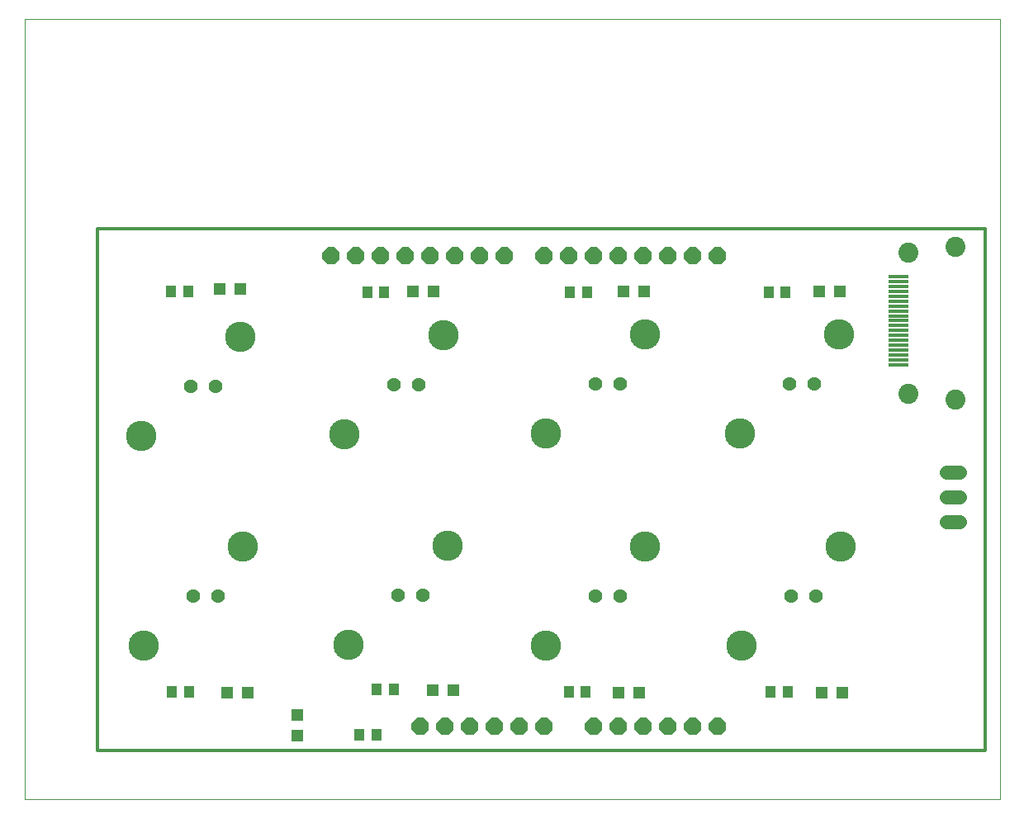
<source format=gts>
G75*
%MOIN*%
%OFA0B0*%
%FSLAX24Y24*%
%IPPOS*%
%LPD*%
%AMOC8*
5,1,8,0,0,1.08239X$1,22.5*
%
%ADD10C,0.0000*%
%ADD11C,0.0120*%
%ADD12C,0.0566*%
%ADD13C,0.1227*%
%ADD14R,0.0788X0.0158*%
%ADD15C,0.0808*%
%ADD16R,0.0390X0.0460*%
%ADD17OC8,0.0700*%
%ADD18C,0.0580*%
%ADD19R,0.0512X0.0512*%
D10*
X000100Y000100D02*
X000100Y031596D01*
X039470Y031596D01*
X039470Y000100D01*
X000100Y000100D01*
D11*
X003053Y002069D02*
X003053Y023131D01*
X038880Y023131D01*
X038880Y002069D01*
X003053Y002069D01*
D12*
X006904Y008320D03*
X007904Y008320D03*
X015192Y008342D03*
X016192Y008342D03*
X023141Y008321D03*
X024141Y008321D03*
X031046Y008324D03*
X032046Y008324D03*
X031996Y016883D03*
X030996Y016883D03*
X024139Y016883D03*
X023139Y016883D03*
X016014Y016840D03*
X015014Y016840D03*
X007807Y016794D03*
X006807Y016794D03*
D13*
X004807Y014794D03*
X008807Y018794D03*
X013014Y014840D03*
X017014Y018840D03*
X021139Y014883D03*
X025139Y018883D03*
X028996Y014883D03*
X032996Y018883D03*
X033046Y010324D03*
X029046Y006324D03*
X025141Y010321D03*
X021141Y006321D03*
X017192Y010342D03*
X013192Y006342D03*
X008904Y010320D03*
X004904Y006320D03*
D14*
X035395Y017659D03*
X035395Y017856D03*
X035395Y018053D03*
X035395Y018250D03*
X035395Y018446D03*
X035395Y018643D03*
X035395Y018840D03*
X035395Y019037D03*
X035395Y019234D03*
X035395Y019431D03*
X035395Y019628D03*
X035395Y019824D03*
X035395Y020021D03*
X035395Y020218D03*
X035395Y020415D03*
X035395Y020612D03*
X035395Y020809D03*
X035395Y021006D03*
X035395Y021202D03*
D15*
X035769Y022187D03*
X037698Y022423D03*
X037698Y016242D03*
X035769Y016478D03*
D16*
X030825Y020581D03*
X030145Y020581D03*
X022805Y020581D03*
X022125Y020581D03*
X014621Y020589D03*
X013941Y020589D03*
X006708Y020612D03*
X006028Y020612D03*
X006055Y004458D03*
X006735Y004458D03*
X013630Y002714D03*
X014310Y002714D03*
X014330Y004554D03*
X015010Y004554D03*
X022073Y004438D03*
X022753Y004438D03*
X030220Y004445D03*
X030900Y004445D03*
D17*
X028080Y003037D03*
X027080Y003037D03*
X026080Y003037D03*
X025080Y003037D03*
X024080Y003037D03*
X023080Y003037D03*
X021080Y003037D03*
X020080Y003037D03*
X019080Y003037D03*
X018080Y003037D03*
X017080Y003037D03*
X016080Y003037D03*
X016480Y022037D03*
X015480Y022037D03*
X014480Y022037D03*
X013480Y022037D03*
X012480Y022037D03*
X017480Y022037D03*
X018480Y022037D03*
X019480Y022037D03*
X021080Y022037D03*
X022080Y022037D03*
X023080Y022037D03*
X024080Y022037D03*
X025080Y022037D03*
X026080Y022037D03*
X027080Y022037D03*
X028080Y022037D03*
D18*
X037311Y013313D02*
X037851Y013313D01*
X037851Y012313D02*
X037311Y012313D01*
X037311Y011313D02*
X037851Y011313D01*
D19*
X033113Y004400D03*
X032287Y004400D03*
X024913Y004400D03*
X024087Y004400D03*
X017413Y004500D03*
X016587Y004500D03*
X011100Y003513D03*
X011100Y002687D03*
X009113Y004400D03*
X008287Y004400D03*
X015787Y020600D03*
X016613Y020600D03*
X008813Y020700D03*
X007987Y020700D03*
X024287Y020600D03*
X025113Y020600D03*
X032187Y020600D03*
X033013Y020600D03*
M02*

</source>
